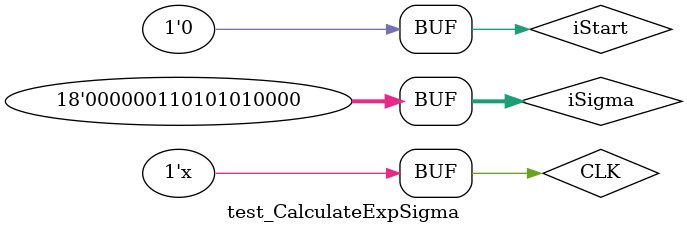
<source format=v>
`timescale 1ns / 1ps


module test_CalculateExpSigma;

	// Inputs
	reg CLK;
	reg [17:0] iSigma;
	reg iStart;

	// Outputs
	wire [17:0] oData;
	wire [9:0] oAddr;
	wire oDone;
	wire oValid;
	
	// Instantiate the Unit Under Test (UUT)
	CalculateExpSigma uut (
		.CLK(CLK), 
		.iSigma(iSigma), 
		.iStart(iStart), 
		.oData(oData),
		.oValid(oValid),
		.oAddr(oAddr), 
		.oDone(oDone)
	);

	initial begin
		// Initialize Inputs
		CLK <= 0;
		iSigma <= 3408;
		iStart <= 0;

		// Wait 100 ns for global reset to finish
		#100;
		iStart <= 1;
      #1;
		iStart <= 0;
		#4000;
		
		iStart <=1;
		#2;
		iStart <= 0;
	end
	
	always
	begin
		#1 CLK = ~CLK;
	end
      
endmodule


</source>
